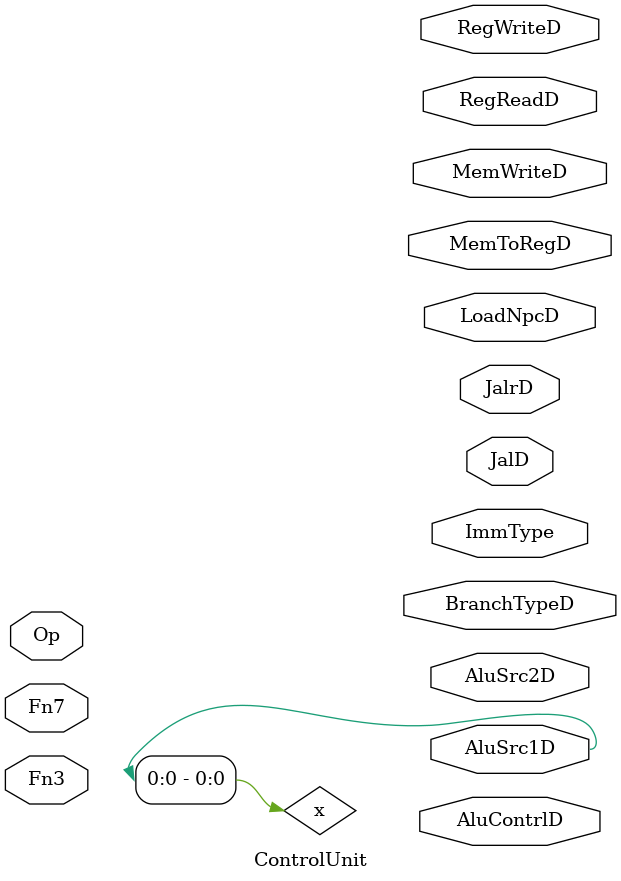
<source format=v>
`timescale 1ns / 1ps
`include "Parameters.v"   
module ControlUnit(
    input  [6:0] Op,
    input  [2:0] Fn3,
    input  [6:0] Fn7,
    output  JalD,
    output  JalrD,
    output reg [2:0] RegWriteD,
    output  MemToRegD,
    output reg [3:0] MemWriteD,
    output  LoadNpcD,
    output reg [1:0] RegReadD,
    output reg [2:0] BranchTypeD,
    output reg [3:0] AluContrlD,
    output  [1:0] AluSrc2D,
    output  AluSrc1D,
    output reg [2:0] ImmType        
    );
    //
    wire [6:0] x,y;
    assign AluSrc1D=x[0];
  
    
endmodule

</source>
